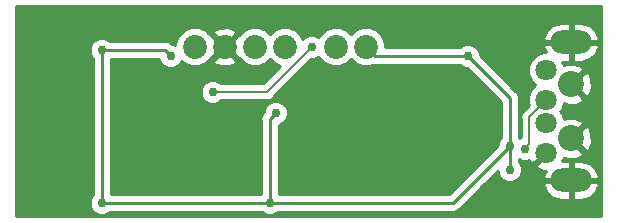
<source format=gbl>
G04 #@! TF.GenerationSoftware,KiCad,Pcbnew,5.0.2+dfsg1-1*
G04 #@! TF.CreationDate,2019-08-04T21:32:12-04:00*
G04 #@! TF.ProjectId,rigidkey,72696769-646b-4657-992e-6b696361645f,V01*
G04 #@! TF.SameCoordinates,Original*
G04 #@! TF.FileFunction,Copper,L2,Bot*
G04 #@! TF.FilePolarity,Positive*
%FSLAX46Y46*%
G04 Gerber Fmt 4.6, Leading zero omitted, Abs format (unit mm)*
G04 Created by KiCad (PCBNEW 5.0.2+dfsg1-1) date Sun 04 Aug 2019 09:32:12 PM EDT*
%MOMM*%
%LPD*%
G01*
G04 APERTURE LIST*
G04 #@! TA.AperFunction,ComponentPad*
%ADD10C,2.020000*%
G04 #@! TD*
G04 #@! TA.AperFunction,ComponentPad*
%ADD11O,3.500000X2.000000*%
G04 #@! TD*
G04 #@! TA.AperFunction,ComponentPad*
%ADD12C,2.200000*%
G04 #@! TD*
G04 #@! TA.AperFunction,ComponentPad*
%ADD13C,1.800000*%
G04 #@! TD*
G04 #@! TA.AperFunction,ViaPad*
%ADD14C,0.762000*%
G04 #@! TD*
G04 #@! TA.AperFunction,Conductor*
%ADD15C,0.254000*%
G04 #@! TD*
G04 #@! TA.AperFunction,Conductor*
%ADD16C,0.152400*%
G04 #@! TD*
G04 APERTURE END LIST*
D10*
G04 #@! TO.P,J1,1*
G04 #@! TO.N,+3V3*
X130048000Y-112014000D03*
G04 #@! TO.P,J1,2*
G04 #@! TO.N,GND*
X132588000Y-112014000D03*
G04 #@! TO.P,J1,3*
G04 #@! TO.N,Net-(J1-Pad3)*
X135128000Y-112014000D03*
G04 #@! TO.P,J1,4*
G04 #@! TO.N,Net-(J1-Pad4)*
X137668000Y-112014000D03*
G04 #@! TD*
D11*
G04 #@! TO.P,J2,5*
G04 #@! TO.N,GND*
X161925000Y-123325000D03*
X161925000Y-111625000D03*
D12*
X161925000Y-119775000D03*
X161925000Y-115175000D03*
D13*
G04 #@! TO.P,J2,4*
X159825000Y-120975000D03*
G04 #@! TO.P,J2,3*
G04 #@! TO.N,Net-(J2-Pad3)*
X159825000Y-118475000D03*
G04 #@! TO.P,J2,2*
G04 #@! TO.N,Net-(J2-Pad2)*
X159825000Y-116475000D03*
G04 #@! TO.P,J2,1*
G04 #@! TO.N,Net-(C10-Pad1)*
X159825000Y-113975000D03*
G04 #@! TD*
D10*
G04 #@! TO.P,JP1,1*
G04 #@! TO.N,/BOOTO*
X141986000Y-112014000D03*
G04 #@! TO.P,JP1,2*
G04 #@! TO.N,+3V3*
X144526000Y-112014000D03*
G04 #@! TD*
D14*
G04 #@! TO.N,+3V3*
X136398000Y-125222000D03*
X122174000Y-125222000D03*
X122174000Y-112268000D03*
X153162000Y-112776000D03*
X156718000Y-120396000D03*
X136906000Y-117602000D03*
X156718000Y-122428000D03*
X128016000Y-112776000D03*
G04 #@! TO.N,Net-(J2-Pad2)*
X157988000Y-120650000D03*
G04 #@! TO.N,/BOOTO*
X139954000Y-112014000D03*
X131572000Y-115824000D03*
G04 #@! TD*
D15*
G04 #@! TO.N,+3V3*
X136398000Y-125222000D02*
X122174000Y-125222000D01*
X122174000Y-117602000D02*
X122174000Y-112268000D01*
X122174000Y-125222000D02*
X122174000Y-117602000D01*
X153162000Y-112776000D02*
X156718000Y-116332000D01*
X156718000Y-116332000D02*
X156718000Y-120396000D01*
X151892000Y-125222000D02*
X136398000Y-125222000D01*
X156718000Y-120396000D02*
X151892000Y-125222000D01*
X145288000Y-112776000D02*
X144526000Y-112014000D01*
X153162000Y-112776000D02*
X145288000Y-112776000D01*
X136398000Y-125222000D02*
X136398000Y-118110000D01*
X136398000Y-118110000D02*
X136906000Y-117602000D01*
X156718000Y-120396000D02*
X156718000Y-122428000D01*
X122174000Y-112268000D02*
X127508000Y-112268000D01*
X127508000Y-112268000D02*
X128016000Y-112776000D01*
D16*
G04 #@! TO.N,Net-(J2-Pad2)*
X158925001Y-117374999D02*
X159825000Y-116475000D01*
X158368999Y-117931001D02*
X158925001Y-117374999D01*
X158368999Y-120269001D02*
X158368999Y-117931001D01*
X157988000Y-120650000D02*
X158368999Y-120269001D01*
G04 #@! TO.N,/BOOTO*
X139954000Y-112014000D02*
X136144000Y-115824000D01*
X136144000Y-115824000D02*
X131572000Y-115824000D01*
G04 #@! TD*
D15*
G04 #@! TO.N,GND*
G36*
X164452301Y-126352300D02*
X114947700Y-126352300D01*
X114947700Y-112065905D01*
X121158000Y-112065905D01*
X121158000Y-112470095D01*
X121312676Y-112843518D01*
X121412001Y-112942843D01*
X121412000Y-117677047D01*
X121412001Y-117677052D01*
X121412000Y-124547158D01*
X121312676Y-124646482D01*
X121158000Y-125019905D01*
X121158000Y-125424095D01*
X121312676Y-125797518D01*
X121598482Y-126083324D01*
X121971905Y-126238000D01*
X122376095Y-126238000D01*
X122749518Y-126083324D01*
X122848842Y-125984000D01*
X135723158Y-125984000D01*
X135822482Y-126083324D01*
X136195905Y-126238000D01*
X136600095Y-126238000D01*
X136973518Y-126083324D01*
X137072842Y-125984000D01*
X151816957Y-125984000D01*
X151892000Y-125998927D01*
X151967043Y-125984000D01*
X151967048Y-125984000D01*
X152189317Y-125939788D01*
X152441371Y-125771371D01*
X152483883Y-125707747D01*
X154486196Y-123705434D01*
X159584876Y-123705434D01*
X159615856Y-123833355D01*
X159929078Y-124391317D01*
X160431980Y-124786942D01*
X161048000Y-124960000D01*
X161798000Y-124960000D01*
X161798000Y-123452000D01*
X162052000Y-123452000D01*
X162052000Y-124960000D01*
X162802000Y-124960000D01*
X163418020Y-124786942D01*
X163920922Y-124391317D01*
X164234144Y-123833355D01*
X164265124Y-123705434D01*
X164145777Y-123452000D01*
X162052000Y-123452000D01*
X161798000Y-123452000D01*
X159704223Y-123452000D01*
X159584876Y-123705434D01*
X154486196Y-123705434D01*
X155702000Y-122489631D01*
X155702000Y-122630095D01*
X155856676Y-123003518D01*
X156142482Y-123289324D01*
X156515905Y-123444000D01*
X156920095Y-123444000D01*
X157293518Y-123289324D01*
X157579324Y-123003518D01*
X157734000Y-122630095D01*
X157734000Y-122225905D01*
X157579324Y-121852482D01*
X157480000Y-121753158D01*
X157480000Y-121539291D01*
X157785905Y-121666000D01*
X158190095Y-121666000D01*
X158401138Y-121578584D01*
X158488357Y-121789148D01*
X158744841Y-121875554D01*
X159645395Y-120975000D01*
X159631253Y-120960858D01*
X159810858Y-120781253D01*
X159825000Y-120795395D01*
X159839143Y-120781253D01*
X160018748Y-120960858D01*
X160004605Y-120975000D01*
X160018748Y-120989143D01*
X159839143Y-121168748D01*
X159825000Y-121154605D01*
X158924446Y-122055159D01*
X159010852Y-122311643D01*
X159584336Y-122521458D01*
X159786326Y-122512976D01*
X159615856Y-122816645D01*
X159584876Y-122944566D01*
X159704223Y-123198000D01*
X161798000Y-123198000D01*
X161798000Y-121690000D01*
X162052000Y-121690000D01*
X162052000Y-123198000D01*
X164145777Y-123198000D01*
X164265124Y-122944566D01*
X164234144Y-122816645D01*
X163920922Y-122258683D01*
X163418020Y-121863058D01*
X162802000Y-121690000D01*
X162052000Y-121690000D01*
X161798000Y-121690000D01*
X161197917Y-121690000D01*
X161305594Y-121395690D01*
X161636593Y-121520323D01*
X162326453Y-121497836D01*
X162859359Y-121277099D01*
X162970263Y-120999868D01*
X161925000Y-119954605D01*
X161910858Y-119968748D01*
X161731253Y-119789143D01*
X161745395Y-119775000D01*
X162104605Y-119775000D01*
X163149868Y-120820263D01*
X163427099Y-120709359D01*
X163670323Y-120063407D01*
X163647836Y-119373547D01*
X163427099Y-118840641D01*
X163149868Y-118729737D01*
X162104605Y-119775000D01*
X161745395Y-119775000D01*
X161731253Y-119760858D01*
X161910858Y-119581253D01*
X161925000Y-119595395D01*
X162970263Y-118550132D01*
X162859359Y-118272901D01*
X162213407Y-118029677D01*
X161523547Y-118052164D01*
X161342406Y-118127195D01*
X161126310Y-117605493D01*
X160995817Y-117475000D01*
X161126310Y-117344507D01*
X161347155Y-116811339D01*
X161636593Y-116920323D01*
X162326453Y-116897836D01*
X162859359Y-116677099D01*
X162970263Y-116399868D01*
X161925000Y-115354605D01*
X161910858Y-115368748D01*
X161731253Y-115189143D01*
X161745395Y-115175000D01*
X162104605Y-115175000D01*
X163149868Y-116220263D01*
X163427099Y-116109359D01*
X163670323Y-115463407D01*
X163647836Y-114773547D01*
X163427099Y-114240641D01*
X163149868Y-114129737D01*
X162104605Y-115175000D01*
X161745395Y-115175000D01*
X161731253Y-115160858D01*
X161910858Y-114981253D01*
X161925000Y-114995395D01*
X162970263Y-113950132D01*
X162859359Y-113672901D01*
X162213407Y-113429677D01*
X161523547Y-113452164D01*
X161307051Y-113541840D01*
X161190309Y-113260000D01*
X161798000Y-113260000D01*
X161798000Y-111752000D01*
X162052000Y-111752000D01*
X162052000Y-113260000D01*
X162802000Y-113260000D01*
X163418020Y-113086942D01*
X163920922Y-112691317D01*
X164234144Y-112133355D01*
X164265124Y-112005434D01*
X164145777Y-111752000D01*
X162052000Y-111752000D01*
X161798000Y-111752000D01*
X159704223Y-111752000D01*
X159584876Y-112005434D01*
X159615856Y-112133355D01*
X159787997Y-112440000D01*
X159519670Y-112440000D01*
X158955493Y-112673690D01*
X158523690Y-113105493D01*
X158290000Y-113669670D01*
X158290000Y-114280330D01*
X158523690Y-114844507D01*
X158904183Y-115225000D01*
X158523690Y-115605493D01*
X158290000Y-116169670D01*
X158290000Y-116780330D01*
X158355573Y-116938638D01*
X157915633Y-117378579D01*
X157856254Y-117418255D01*
X157816578Y-117477634D01*
X157816575Y-117477637D01*
X157699064Y-117653505D01*
X157643867Y-117931001D01*
X157657800Y-118001047D01*
X157657799Y-119687063D01*
X157507967Y-119749125D01*
X157480000Y-119721158D01*
X157480000Y-116407042D01*
X157494927Y-116331999D01*
X157480000Y-116256956D01*
X157480000Y-116256952D01*
X157435788Y-116034683D01*
X157267371Y-115782629D01*
X157203750Y-115740119D01*
X154178000Y-112714370D01*
X154178000Y-112573905D01*
X154023324Y-112200482D01*
X153737518Y-111914676D01*
X153364095Y-111760000D01*
X152959905Y-111760000D01*
X152586482Y-111914676D01*
X152487158Y-112014000D01*
X146171000Y-112014000D01*
X146171000Y-111686789D01*
X145987825Y-111244566D01*
X159584876Y-111244566D01*
X159704223Y-111498000D01*
X161798000Y-111498000D01*
X161798000Y-109990000D01*
X162052000Y-109990000D01*
X162052000Y-111498000D01*
X164145777Y-111498000D01*
X164265124Y-111244566D01*
X164234144Y-111116645D01*
X163920922Y-110558683D01*
X163418020Y-110163058D01*
X162802000Y-109990000D01*
X162052000Y-109990000D01*
X161798000Y-109990000D01*
X161048000Y-109990000D01*
X160431980Y-110163058D01*
X159929078Y-110558683D01*
X159615856Y-111116645D01*
X159584876Y-111244566D01*
X145987825Y-111244566D01*
X145920563Y-111082183D01*
X145457817Y-110619437D01*
X144853211Y-110369000D01*
X144198789Y-110369000D01*
X143594183Y-110619437D01*
X143256000Y-110957620D01*
X142917817Y-110619437D01*
X142313211Y-110369000D01*
X141658789Y-110369000D01*
X141054183Y-110619437D01*
X140591437Y-111082183D01*
X140552654Y-111175812D01*
X140529518Y-111152676D01*
X140156095Y-110998000D01*
X139751905Y-110998000D01*
X139378482Y-111152676D01*
X139175741Y-111355417D01*
X139062563Y-111082183D01*
X138599817Y-110619437D01*
X137995211Y-110369000D01*
X137340789Y-110369000D01*
X136736183Y-110619437D01*
X136398000Y-110957620D01*
X136059817Y-110619437D01*
X135455211Y-110369000D01*
X134800789Y-110369000D01*
X134196183Y-110619437D01*
X133772543Y-111043077D01*
X133747766Y-111033839D01*
X132767605Y-112014000D01*
X133747766Y-112994161D01*
X133772543Y-112984923D01*
X134196183Y-113408563D01*
X134800789Y-113659000D01*
X135455211Y-113659000D01*
X136059817Y-113408563D01*
X136398000Y-113070380D01*
X136736183Y-113408563D01*
X137314218Y-113647994D01*
X135849412Y-115112800D01*
X132297642Y-115112800D01*
X132147518Y-114962676D01*
X131774095Y-114808000D01*
X131369905Y-114808000D01*
X130996482Y-114962676D01*
X130710676Y-115248482D01*
X130556000Y-115621905D01*
X130556000Y-116026095D01*
X130710676Y-116399518D01*
X130996482Y-116685324D01*
X131369905Y-116840000D01*
X131774095Y-116840000D01*
X132147518Y-116685324D01*
X132297642Y-116535200D01*
X136073959Y-116535200D01*
X136144000Y-116549132D01*
X136214041Y-116535200D01*
X136214046Y-116535200D01*
X136421496Y-116493936D01*
X136656746Y-116336746D01*
X136696424Y-116277364D01*
X139943789Y-113030000D01*
X140156095Y-113030000D01*
X140529518Y-112875324D01*
X140552654Y-112852188D01*
X140591437Y-112945817D01*
X141054183Y-113408563D01*
X141658789Y-113659000D01*
X142313211Y-113659000D01*
X142917817Y-113408563D01*
X143256000Y-113070380D01*
X143594183Y-113408563D01*
X144198789Y-113659000D01*
X144853211Y-113659000D01*
X145167268Y-113528913D01*
X145212952Y-113538000D01*
X145212953Y-113538000D01*
X145288000Y-113552928D01*
X145363047Y-113538000D01*
X152487158Y-113538000D01*
X152586482Y-113637324D01*
X152959905Y-113792000D01*
X153100370Y-113792000D01*
X155956000Y-116647631D01*
X155956001Y-119721157D01*
X155856676Y-119820482D01*
X155702000Y-120193905D01*
X155702000Y-120334369D01*
X151576370Y-124460000D01*
X137160000Y-124460000D01*
X137160000Y-118596500D01*
X137481518Y-118463324D01*
X137767324Y-118177518D01*
X137922000Y-117804095D01*
X137922000Y-117399905D01*
X137767324Y-117026482D01*
X137481518Y-116740676D01*
X137108095Y-116586000D01*
X136703905Y-116586000D01*
X136330482Y-116740676D01*
X136044676Y-117026482D01*
X135890000Y-117399905D01*
X135890000Y-117532986D01*
X135848630Y-117560629D01*
X135806119Y-117624251D01*
X135806118Y-117624252D01*
X135680213Y-117812683D01*
X135621073Y-118110000D01*
X135636001Y-118185048D01*
X135636000Y-124460000D01*
X122936000Y-124460000D01*
X122936000Y-113030000D01*
X127021500Y-113030000D01*
X127154676Y-113351518D01*
X127440482Y-113637324D01*
X127813905Y-113792000D01*
X128218095Y-113792000D01*
X128591518Y-113637324D01*
X128877324Y-113351518D01*
X128930576Y-113222956D01*
X129116183Y-113408563D01*
X129720789Y-113659000D01*
X130375211Y-113659000D01*
X130979817Y-113408563D01*
X131214614Y-113173766D01*
X131607839Y-113173766D01*
X131707726Y-113441658D01*
X132321074Y-113669851D01*
X132975059Y-113645956D01*
X133468274Y-113441658D01*
X133568161Y-113173766D01*
X132588000Y-112193605D01*
X131607839Y-113173766D01*
X131214614Y-113173766D01*
X131403457Y-112984923D01*
X131428234Y-112994161D01*
X132408395Y-112014000D01*
X131428234Y-111033839D01*
X131403457Y-111043077D01*
X131214614Y-110854234D01*
X131607839Y-110854234D01*
X132588000Y-111834395D01*
X133568161Y-110854234D01*
X133468274Y-110586342D01*
X132854926Y-110358149D01*
X132200941Y-110382044D01*
X131707726Y-110586342D01*
X131607839Y-110854234D01*
X131214614Y-110854234D01*
X130979817Y-110619437D01*
X130375211Y-110369000D01*
X129720789Y-110369000D01*
X129116183Y-110619437D01*
X128653437Y-111082183D01*
X128403000Y-111686789D01*
X128403000Y-111836590D01*
X128218095Y-111760000D01*
X128085014Y-111760000D01*
X128057371Y-111718629D01*
X127805317Y-111550212D01*
X127583048Y-111506000D01*
X127583043Y-111506000D01*
X127508000Y-111491073D01*
X127432957Y-111506000D01*
X122848842Y-111506000D01*
X122749518Y-111406676D01*
X122376095Y-111252000D01*
X121971905Y-111252000D01*
X121598482Y-111406676D01*
X121312676Y-111692482D01*
X121158000Y-112065905D01*
X114947700Y-112065905D01*
X114947700Y-108597700D01*
X164452300Y-108597700D01*
X164452301Y-126352300D01*
X164452301Y-126352300D01*
G37*
X164452301Y-126352300D02*
X114947700Y-126352300D01*
X114947700Y-112065905D01*
X121158000Y-112065905D01*
X121158000Y-112470095D01*
X121312676Y-112843518D01*
X121412001Y-112942843D01*
X121412000Y-117677047D01*
X121412001Y-117677052D01*
X121412000Y-124547158D01*
X121312676Y-124646482D01*
X121158000Y-125019905D01*
X121158000Y-125424095D01*
X121312676Y-125797518D01*
X121598482Y-126083324D01*
X121971905Y-126238000D01*
X122376095Y-126238000D01*
X122749518Y-126083324D01*
X122848842Y-125984000D01*
X135723158Y-125984000D01*
X135822482Y-126083324D01*
X136195905Y-126238000D01*
X136600095Y-126238000D01*
X136973518Y-126083324D01*
X137072842Y-125984000D01*
X151816957Y-125984000D01*
X151892000Y-125998927D01*
X151967043Y-125984000D01*
X151967048Y-125984000D01*
X152189317Y-125939788D01*
X152441371Y-125771371D01*
X152483883Y-125707747D01*
X154486196Y-123705434D01*
X159584876Y-123705434D01*
X159615856Y-123833355D01*
X159929078Y-124391317D01*
X160431980Y-124786942D01*
X161048000Y-124960000D01*
X161798000Y-124960000D01*
X161798000Y-123452000D01*
X162052000Y-123452000D01*
X162052000Y-124960000D01*
X162802000Y-124960000D01*
X163418020Y-124786942D01*
X163920922Y-124391317D01*
X164234144Y-123833355D01*
X164265124Y-123705434D01*
X164145777Y-123452000D01*
X162052000Y-123452000D01*
X161798000Y-123452000D01*
X159704223Y-123452000D01*
X159584876Y-123705434D01*
X154486196Y-123705434D01*
X155702000Y-122489631D01*
X155702000Y-122630095D01*
X155856676Y-123003518D01*
X156142482Y-123289324D01*
X156515905Y-123444000D01*
X156920095Y-123444000D01*
X157293518Y-123289324D01*
X157579324Y-123003518D01*
X157734000Y-122630095D01*
X157734000Y-122225905D01*
X157579324Y-121852482D01*
X157480000Y-121753158D01*
X157480000Y-121539291D01*
X157785905Y-121666000D01*
X158190095Y-121666000D01*
X158401138Y-121578584D01*
X158488357Y-121789148D01*
X158744841Y-121875554D01*
X159645395Y-120975000D01*
X159631253Y-120960858D01*
X159810858Y-120781253D01*
X159825000Y-120795395D01*
X159839143Y-120781253D01*
X160018748Y-120960858D01*
X160004605Y-120975000D01*
X160018748Y-120989143D01*
X159839143Y-121168748D01*
X159825000Y-121154605D01*
X158924446Y-122055159D01*
X159010852Y-122311643D01*
X159584336Y-122521458D01*
X159786326Y-122512976D01*
X159615856Y-122816645D01*
X159584876Y-122944566D01*
X159704223Y-123198000D01*
X161798000Y-123198000D01*
X161798000Y-121690000D01*
X162052000Y-121690000D01*
X162052000Y-123198000D01*
X164145777Y-123198000D01*
X164265124Y-122944566D01*
X164234144Y-122816645D01*
X163920922Y-122258683D01*
X163418020Y-121863058D01*
X162802000Y-121690000D01*
X162052000Y-121690000D01*
X161798000Y-121690000D01*
X161197917Y-121690000D01*
X161305594Y-121395690D01*
X161636593Y-121520323D01*
X162326453Y-121497836D01*
X162859359Y-121277099D01*
X162970263Y-120999868D01*
X161925000Y-119954605D01*
X161910858Y-119968748D01*
X161731253Y-119789143D01*
X161745395Y-119775000D01*
X162104605Y-119775000D01*
X163149868Y-120820263D01*
X163427099Y-120709359D01*
X163670323Y-120063407D01*
X163647836Y-119373547D01*
X163427099Y-118840641D01*
X163149868Y-118729737D01*
X162104605Y-119775000D01*
X161745395Y-119775000D01*
X161731253Y-119760858D01*
X161910858Y-119581253D01*
X161925000Y-119595395D01*
X162970263Y-118550132D01*
X162859359Y-118272901D01*
X162213407Y-118029677D01*
X161523547Y-118052164D01*
X161342406Y-118127195D01*
X161126310Y-117605493D01*
X160995817Y-117475000D01*
X161126310Y-117344507D01*
X161347155Y-116811339D01*
X161636593Y-116920323D01*
X162326453Y-116897836D01*
X162859359Y-116677099D01*
X162970263Y-116399868D01*
X161925000Y-115354605D01*
X161910858Y-115368748D01*
X161731253Y-115189143D01*
X161745395Y-115175000D01*
X162104605Y-115175000D01*
X163149868Y-116220263D01*
X163427099Y-116109359D01*
X163670323Y-115463407D01*
X163647836Y-114773547D01*
X163427099Y-114240641D01*
X163149868Y-114129737D01*
X162104605Y-115175000D01*
X161745395Y-115175000D01*
X161731253Y-115160858D01*
X161910858Y-114981253D01*
X161925000Y-114995395D01*
X162970263Y-113950132D01*
X162859359Y-113672901D01*
X162213407Y-113429677D01*
X161523547Y-113452164D01*
X161307051Y-113541840D01*
X161190309Y-113260000D01*
X161798000Y-113260000D01*
X161798000Y-111752000D01*
X162052000Y-111752000D01*
X162052000Y-113260000D01*
X162802000Y-113260000D01*
X163418020Y-113086942D01*
X163920922Y-112691317D01*
X164234144Y-112133355D01*
X164265124Y-112005434D01*
X164145777Y-111752000D01*
X162052000Y-111752000D01*
X161798000Y-111752000D01*
X159704223Y-111752000D01*
X159584876Y-112005434D01*
X159615856Y-112133355D01*
X159787997Y-112440000D01*
X159519670Y-112440000D01*
X158955493Y-112673690D01*
X158523690Y-113105493D01*
X158290000Y-113669670D01*
X158290000Y-114280330D01*
X158523690Y-114844507D01*
X158904183Y-115225000D01*
X158523690Y-115605493D01*
X158290000Y-116169670D01*
X158290000Y-116780330D01*
X158355573Y-116938638D01*
X157915633Y-117378579D01*
X157856254Y-117418255D01*
X157816578Y-117477634D01*
X157816575Y-117477637D01*
X157699064Y-117653505D01*
X157643867Y-117931001D01*
X157657800Y-118001047D01*
X157657799Y-119687063D01*
X157507967Y-119749125D01*
X157480000Y-119721158D01*
X157480000Y-116407042D01*
X157494927Y-116331999D01*
X157480000Y-116256956D01*
X157480000Y-116256952D01*
X157435788Y-116034683D01*
X157267371Y-115782629D01*
X157203750Y-115740119D01*
X154178000Y-112714370D01*
X154178000Y-112573905D01*
X154023324Y-112200482D01*
X153737518Y-111914676D01*
X153364095Y-111760000D01*
X152959905Y-111760000D01*
X152586482Y-111914676D01*
X152487158Y-112014000D01*
X146171000Y-112014000D01*
X146171000Y-111686789D01*
X145987825Y-111244566D01*
X159584876Y-111244566D01*
X159704223Y-111498000D01*
X161798000Y-111498000D01*
X161798000Y-109990000D01*
X162052000Y-109990000D01*
X162052000Y-111498000D01*
X164145777Y-111498000D01*
X164265124Y-111244566D01*
X164234144Y-111116645D01*
X163920922Y-110558683D01*
X163418020Y-110163058D01*
X162802000Y-109990000D01*
X162052000Y-109990000D01*
X161798000Y-109990000D01*
X161048000Y-109990000D01*
X160431980Y-110163058D01*
X159929078Y-110558683D01*
X159615856Y-111116645D01*
X159584876Y-111244566D01*
X145987825Y-111244566D01*
X145920563Y-111082183D01*
X145457817Y-110619437D01*
X144853211Y-110369000D01*
X144198789Y-110369000D01*
X143594183Y-110619437D01*
X143256000Y-110957620D01*
X142917817Y-110619437D01*
X142313211Y-110369000D01*
X141658789Y-110369000D01*
X141054183Y-110619437D01*
X140591437Y-111082183D01*
X140552654Y-111175812D01*
X140529518Y-111152676D01*
X140156095Y-110998000D01*
X139751905Y-110998000D01*
X139378482Y-111152676D01*
X139175741Y-111355417D01*
X139062563Y-111082183D01*
X138599817Y-110619437D01*
X137995211Y-110369000D01*
X137340789Y-110369000D01*
X136736183Y-110619437D01*
X136398000Y-110957620D01*
X136059817Y-110619437D01*
X135455211Y-110369000D01*
X134800789Y-110369000D01*
X134196183Y-110619437D01*
X133772543Y-111043077D01*
X133747766Y-111033839D01*
X132767605Y-112014000D01*
X133747766Y-112994161D01*
X133772543Y-112984923D01*
X134196183Y-113408563D01*
X134800789Y-113659000D01*
X135455211Y-113659000D01*
X136059817Y-113408563D01*
X136398000Y-113070380D01*
X136736183Y-113408563D01*
X137314218Y-113647994D01*
X135849412Y-115112800D01*
X132297642Y-115112800D01*
X132147518Y-114962676D01*
X131774095Y-114808000D01*
X131369905Y-114808000D01*
X130996482Y-114962676D01*
X130710676Y-115248482D01*
X130556000Y-115621905D01*
X130556000Y-116026095D01*
X130710676Y-116399518D01*
X130996482Y-116685324D01*
X131369905Y-116840000D01*
X131774095Y-116840000D01*
X132147518Y-116685324D01*
X132297642Y-116535200D01*
X136073959Y-116535200D01*
X136144000Y-116549132D01*
X136214041Y-116535200D01*
X136214046Y-116535200D01*
X136421496Y-116493936D01*
X136656746Y-116336746D01*
X136696424Y-116277364D01*
X139943789Y-113030000D01*
X140156095Y-113030000D01*
X140529518Y-112875324D01*
X140552654Y-112852188D01*
X140591437Y-112945817D01*
X141054183Y-113408563D01*
X141658789Y-113659000D01*
X142313211Y-113659000D01*
X142917817Y-113408563D01*
X143256000Y-113070380D01*
X143594183Y-113408563D01*
X144198789Y-113659000D01*
X144853211Y-113659000D01*
X145167268Y-113528913D01*
X145212952Y-113538000D01*
X145212953Y-113538000D01*
X145288000Y-113552928D01*
X145363047Y-113538000D01*
X152487158Y-113538000D01*
X152586482Y-113637324D01*
X152959905Y-113792000D01*
X153100370Y-113792000D01*
X155956000Y-116647631D01*
X155956001Y-119721157D01*
X155856676Y-119820482D01*
X155702000Y-120193905D01*
X155702000Y-120334369D01*
X151576370Y-124460000D01*
X137160000Y-124460000D01*
X137160000Y-118596500D01*
X137481518Y-118463324D01*
X137767324Y-118177518D01*
X137922000Y-117804095D01*
X137922000Y-117399905D01*
X137767324Y-117026482D01*
X137481518Y-116740676D01*
X137108095Y-116586000D01*
X136703905Y-116586000D01*
X136330482Y-116740676D01*
X136044676Y-117026482D01*
X135890000Y-117399905D01*
X135890000Y-117532986D01*
X135848630Y-117560629D01*
X135806119Y-117624251D01*
X135806118Y-117624252D01*
X135680213Y-117812683D01*
X135621073Y-118110000D01*
X135636001Y-118185048D01*
X135636000Y-124460000D01*
X122936000Y-124460000D01*
X122936000Y-113030000D01*
X127021500Y-113030000D01*
X127154676Y-113351518D01*
X127440482Y-113637324D01*
X127813905Y-113792000D01*
X128218095Y-113792000D01*
X128591518Y-113637324D01*
X128877324Y-113351518D01*
X128930576Y-113222956D01*
X129116183Y-113408563D01*
X129720789Y-113659000D01*
X130375211Y-113659000D01*
X130979817Y-113408563D01*
X131214614Y-113173766D01*
X131607839Y-113173766D01*
X131707726Y-113441658D01*
X132321074Y-113669851D01*
X132975059Y-113645956D01*
X133468274Y-113441658D01*
X133568161Y-113173766D01*
X132588000Y-112193605D01*
X131607839Y-113173766D01*
X131214614Y-113173766D01*
X131403457Y-112984923D01*
X131428234Y-112994161D01*
X132408395Y-112014000D01*
X131428234Y-111033839D01*
X131403457Y-111043077D01*
X131214614Y-110854234D01*
X131607839Y-110854234D01*
X132588000Y-111834395D01*
X133568161Y-110854234D01*
X133468274Y-110586342D01*
X132854926Y-110358149D01*
X132200941Y-110382044D01*
X131707726Y-110586342D01*
X131607839Y-110854234D01*
X131214614Y-110854234D01*
X130979817Y-110619437D01*
X130375211Y-110369000D01*
X129720789Y-110369000D01*
X129116183Y-110619437D01*
X128653437Y-111082183D01*
X128403000Y-111686789D01*
X128403000Y-111836590D01*
X128218095Y-111760000D01*
X128085014Y-111760000D01*
X128057371Y-111718629D01*
X127805317Y-111550212D01*
X127583048Y-111506000D01*
X127583043Y-111506000D01*
X127508000Y-111491073D01*
X127432957Y-111506000D01*
X122848842Y-111506000D01*
X122749518Y-111406676D01*
X122376095Y-111252000D01*
X121971905Y-111252000D01*
X121598482Y-111406676D01*
X121312676Y-111692482D01*
X121158000Y-112065905D01*
X114947700Y-112065905D01*
X114947700Y-108597700D01*
X164452300Y-108597700D01*
X164452301Y-126352300D01*
G04 #@! TD*
M02*

</source>
